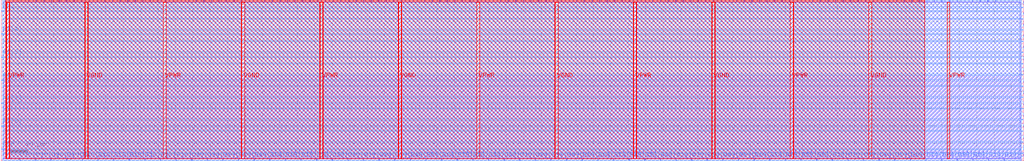
<source format=lef>
VERSION 5.7 ;
  NOWIREEXTENSIONATPIN ON ;
  DIVIDERCHAR "/" ;
  BUSBITCHARS "[]" ;
MACRO RAM32_1RW1R
  CLASS BLOCK ;
  FOREIGN RAM32_1RW1R ;
  ORIGIN 0.000 0.000 ;
  SIZE 1173.460 BY 185.440 ;
  PIN A0[0]
    DIRECTION INPUT ;
    USE SIGNAL ;
    PORT
      LAYER met3 ;
        RECT 1171.460 124.480 1173.460 125.080 ;
    END
  END A0[0]
  PIN A0[1]
    DIRECTION INPUT ;
    USE SIGNAL ;
    PORT
      LAYER met3 ;
        RECT 1171.460 137.400 1173.460 138.000 ;
    END
  END A0[1]
  PIN A0[2]
    DIRECTION INPUT ;
    USE SIGNAL ;
    PORT
      LAYER met3 ;
        RECT 1171.460 150.320 1173.460 150.920 ;
    END
  END A0[2]
  PIN A0[3]
    DIRECTION INPUT ;
    USE SIGNAL ;
    PORT
      LAYER met3 ;
        RECT 1171.460 163.240 1173.460 163.840 ;
    END
  END A0[3]
  PIN A0[4]
    DIRECTION INPUT ;
    USE SIGNAL ;
    PORT
      LAYER met3 ;
        RECT 1171.460 176.160 1173.460 176.760 ;
    END
  END A0[4]
  PIN A1[0]
    DIRECTION INPUT ;
    USE SIGNAL ;
    PORT
      LAYER met3 ;
        RECT 0.000 39.480 2.000 40.080 ;
    END
  END A1[0]
  PIN A1[1]
    DIRECTION INPUT ;
    USE SIGNAL ;
    PORT
      LAYER met3 ;
        RECT 0.000 66.000 2.000 66.600 ;
    END
  END A1[1]
  PIN A1[2]
    DIRECTION INPUT ;
    USE SIGNAL ;
    PORT
      LAYER met3 ;
        RECT 0.000 92.520 2.000 93.120 ;
    END
  END A1[2]
  PIN A1[3]
    DIRECTION INPUT ;
    USE SIGNAL ;
    PORT
      LAYER met3 ;
        RECT 0.000 119.040 2.000 119.640 ;
    END
  END A1[3]
  PIN A1[4]
    DIRECTION INPUT ;
    USE SIGNAL ;
    PORT
      LAYER met3 ;
        RECT 0.000 145.560 2.000 146.160 ;
    END
  END A1[4]
  PIN CLK
    DIRECTION INPUT ;
    USE SIGNAL ;
    PORT
      LAYER met3 ;
        RECT 0.000 12.960 2.000 13.560 ;
    END
  END CLK
  PIN Di0[0]
    DIRECTION INPUT ;
    USE SIGNAL ;
    PORT
      LAYER met2 ;
        RECT 21.250 0.000 21.530 2.000 ;
    END
  END Di0[0]
  PIN Di0[10]
    DIRECTION INPUT ;
    USE SIGNAL ;
    PORT
      LAYER met2 ;
        RECT 200.650 0.000 200.930 2.000 ;
    END
  END Di0[10]
  PIN Di0[11]
    DIRECTION INPUT ;
    USE SIGNAL ;
    PORT
      LAYER met2 ;
        RECT 218.590 0.000 218.870 2.000 ;
    END
  END Di0[11]
  PIN Di0[12]
    DIRECTION INPUT ;
    USE SIGNAL ;
    PORT
      LAYER met2 ;
        RECT 236.530 0.000 236.810 2.000 ;
    END
  END Di0[12]
  PIN Di0[13]
    DIRECTION INPUT ;
    USE SIGNAL ;
    PORT
      LAYER met2 ;
        RECT 254.470 0.000 254.750 2.000 ;
    END
  END Di0[13]
  PIN Di0[14]
    DIRECTION INPUT ;
    USE SIGNAL ;
    PORT
      LAYER met2 ;
        RECT 272.410 0.000 272.690 2.000 ;
    END
  END Di0[14]
  PIN Di0[15]
    DIRECTION INPUT ;
    USE SIGNAL ;
    PORT
      LAYER met2 ;
        RECT 290.350 0.000 290.630 2.000 ;
    END
  END Di0[15]
  PIN Di0[16]
    DIRECTION INPUT ;
    USE SIGNAL ;
    PORT
      LAYER met2 ;
        RECT 308.290 0.000 308.570 2.000 ;
    END
  END Di0[16]
  PIN Di0[17]
    DIRECTION INPUT ;
    USE SIGNAL ;
    PORT
      LAYER met2 ;
        RECT 326.230 0.000 326.510 2.000 ;
    END
  END Di0[17]
  PIN Di0[18]
    DIRECTION INPUT ;
    USE SIGNAL ;
    PORT
      LAYER met2 ;
        RECT 344.170 0.000 344.450 2.000 ;
    END
  END Di0[18]
  PIN Di0[19]
    DIRECTION INPUT ;
    USE SIGNAL ;
    PORT
      LAYER met2 ;
        RECT 362.110 0.000 362.390 2.000 ;
    END
  END Di0[19]
  PIN Di0[1]
    DIRECTION INPUT ;
    USE SIGNAL ;
    PORT
      LAYER met2 ;
        RECT 39.190 0.000 39.470 2.000 ;
    END
  END Di0[1]
  PIN Di0[20]
    DIRECTION INPUT ;
    USE SIGNAL ;
    PORT
      LAYER met2 ;
        RECT 380.050 0.000 380.330 2.000 ;
    END
  END Di0[20]
  PIN Di0[21]
    DIRECTION INPUT ;
    USE SIGNAL ;
    PORT
      LAYER met2 ;
        RECT 397.990 0.000 398.270 2.000 ;
    END
  END Di0[21]
  PIN Di0[22]
    DIRECTION INPUT ;
    USE SIGNAL ;
    PORT
      LAYER met2 ;
        RECT 415.930 0.000 416.210 2.000 ;
    END
  END Di0[22]
  PIN Di0[23]
    DIRECTION INPUT ;
    USE SIGNAL ;
    PORT
      LAYER met2 ;
        RECT 433.870 0.000 434.150 2.000 ;
    END
  END Di0[23]
  PIN Di0[24]
    DIRECTION INPUT ;
    USE SIGNAL ;
    PORT
      LAYER met2 ;
        RECT 451.810 0.000 452.090 2.000 ;
    END
  END Di0[24]
  PIN Di0[25]
    DIRECTION INPUT ;
    USE SIGNAL ;
    PORT
      LAYER met2 ;
        RECT 469.750 0.000 470.030 2.000 ;
    END
  END Di0[25]
  PIN Di0[26]
    DIRECTION INPUT ;
    USE SIGNAL ;
    PORT
      LAYER met2 ;
        RECT 487.690 0.000 487.970 2.000 ;
    END
  END Di0[26]
  PIN Di0[27]
    DIRECTION INPUT ;
    USE SIGNAL ;
    PORT
      LAYER met2 ;
        RECT 505.630 0.000 505.910 2.000 ;
    END
  END Di0[27]
  PIN Di0[28]
    DIRECTION INPUT ;
    USE SIGNAL ;
    PORT
      LAYER met2 ;
        RECT 523.570 0.000 523.850 2.000 ;
    END
  END Di0[28]
  PIN Di0[29]
    DIRECTION INPUT ;
    USE SIGNAL ;
    PORT
      LAYER met2 ;
        RECT 541.510 0.000 541.790 2.000 ;
    END
  END Di0[29]
  PIN Di0[2]
    DIRECTION INPUT ;
    USE SIGNAL ;
    PORT
      LAYER met2 ;
        RECT 57.130 0.000 57.410 2.000 ;
    END
  END Di0[2]
  PIN Di0[30]
    DIRECTION INPUT ;
    USE SIGNAL ;
    PORT
      LAYER met2 ;
        RECT 559.450 0.000 559.730 2.000 ;
    END
  END Di0[30]
  PIN Di0[31]
    DIRECTION INPUT ;
    USE SIGNAL ;
    PORT
      LAYER met2 ;
        RECT 577.390 0.000 577.670 2.000 ;
    END
  END Di0[31]
  PIN Di0[32]
    DIRECTION INPUT ;
    USE SIGNAL ;
    PORT
      LAYER met2 ;
        RECT 595.330 0.000 595.610 2.000 ;
    END
  END Di0[32]
  PIN Di0[33]
    DIRECTION INPUT ;
    USE SIGNAL ;
    PORT
      LAYER met2 ;
        RECT 613.270 0.000 613.550 2.000 ;
    END
  END Di0[33]
  PIN Di0[34]
    DIRECTION INPUT ;
    USE SIGNAL ;
    PORT
      LAYER met2 ;
        RECT 631.210 0.000 631.490 2.000 ;
    END
  END Di0[34]
  PIN Di0[35]
    DIRECTION INPUT ;
    USE SIGNAL ;
    PORT
      LAYER met2 ;
        RECT 649.150 0.000 649.430 2.000 ;
    END
  END Di0[35]
  PIN Di0[36]
    DIRECTION INPUT ;
    USE SIGNAL ;
    PORT
      LAYER met2 ;
        RECT 667.090 0.000 667.370 2.000 ;
    END
  END Di0[36]
  PIN Di0[37]
    DIRECTION INPUT ;
    USE SIGNAL ;
    PORT
      LAYER met2 ;
        RECT 685.030 0.000 685.310 2.000 ;
    END
  END Di0[37]
  PIN Di0[38]
    DIRECTION INPUT ;
    USE SIGNAL ;
    PORT
      LAYER met2 ;
        RECT 702.970 0.000 703.250 2.000 ;
    END
  END Di0[38]
  PIN Di0[39]
    DIRECTION INPUT ;
    USE SIGNAL ;
    PORT
      LAYER met2 ;
        RECT 720.910 0.000 721.190 2.000 ;
    END
  END Di0[39]
  PIN Di0[3]
    DIRECTION INPUT ;
    USE SIGNAL ;
    PORT
      LAYER met2 ;
        RECT 75.070 0.000 75.350 2.000 ;
    END
  END Di0[3]
  PIN Di0[40]
    DIRECTION INPUT ;
    USE SIGNAL ;
    PORT
      LAYER met2 ;
        RECT 738.850 0.000 739.130 2.000 ;
    END
  END Di0[40]
  PIN Di0[41]
    DIRECTION INPUT ;
    USE SIGNAL ;
    PORT
      LAYER met2 ;
        RECT 756.790 0.000 757.070 2.000 ;
    END
  END Di0[41]
  PIN Di0[42]
    DIRECTION INPUT ;
    USE SIGNAL ;
    PORT
      LAYER met2 ;
        RECT 774.730 0.000 775.010 2.000 ;
    END
  END Di0[42]
  PIN Di0[43]
    DIRECTION INPUT ;
    USE SIGNAL ;
    PORT
      LAYER met2 ;
        RECT 792.670 0.000 792.950 2.000 ;
    END
  END Di0[43]
  PIN Di0[44]
    DIRECTION INPUT ;
    USE SIGNAL ;
    PORT
      LAYER met2 ;
        RECT 810.610 0.000 810.890 2.000 ;
    END
  END Di0[44]
  PIN Di0[45]
    DIRECTION INPUT ;
    USE SIGNAL ;
    PORT
      LAYER met2 ;
        RECT 828.550 0.000 828.830 2.000 ;
    END
  END Di0[45]
  PIN Di0[46]
    DIRECTION INPUT ;
    USE SIGNAL ;
    PORT
      LAYER met2 ;
        RECT 846.490 0.000 846.770 2.000 ;
    END
  END Di0[46]
  PIN Di0[47]
    DIRECTION INPUT ;
    USE SIGNAL ;
    PORT
      LAYER met2 ;
        RECT 864.430 0.000 864.710 2.000 ;
    END
  END Di0[47]
  PIN Di0[48]
    DIRECTION INPUT ;
    USE SIGNAL ;
    PORT
      LAYER met2 ;
        RECT 882.370 0.000 882.650 2.000 ;
    END
  END Di0[48]
  PIN Di0[49]
    DIRECTION INPUT ;
    USE SIGNAL ;
    PORT
      LAYER met2 ;
        RECT 900.310 0.000 900.590 2.000 ;
    END
  END Di0[49]
  PIN Di0[4]
    DIRECTION INPUT ;
    USE SIGNAL ;
    PORT
      LAYER met2 ;
        RECT 93.010 0.000 93.290 2.000 ;
    END
  END Di0[4]
  PIN Di0[50]
    DIRECTION INPUT ;
    USE SIGNAL ;
    PORT
      LAYER met2 ;
        RECT 918.250 0.000 918.530 2.000 ;
    END
  END Di0[50]
  PIN Di0[51]
    DIRECTION INPUT ;
    USE SIGNAL ;
    PORT
      LAYER met2 ;
        RECT 936.190 0.000 936.470 2.000 ;
    END
  END Di0[51]
  PIN Di0[52]
    DIRECTION INPUT ;
    USE SIGNAL ;
    PORT
      LAYER met2 ;
        RECT 954.130 0.000 954.410 2.000 ;
    END
  END Di0[52]
  PIN Di0[53]
    DIRECTION INPUT ;
    USE SIGNAL ;
    PORT
      LAYER met2 ;
        RECT 972.070 0.000 972.350 2.000 ;
    END
  END Di0[53]
  PIN Di0[54]
    DIRECTION INPUT ;
    USE SIGNAL ;
    PORT
      LAYER met2 ;
        RECT 990.010 0.000 990.290 2.000 ;
    END
  END Di0[54]
  PIN Di0[55]
    DIRECTION INPUT ;
    USE SIGNAL ;
    PORT
      LAYER met2 ;
        RECT 1007.950 0.000 1008.230 2.000 ;
    END
  END Di0[55]
  PIN Di0[56]
    DIRECTION INPUT ;
    USE SIGNAL ;
    PORT
      LAYER met2 ;
        RECT 1025.890 0.000 1026.170 2.000 ;
    END
  END Di0[56]
  PIN Di0[57]
    DIRECTION INPUT ;
    USE SIGNAL ;
    PORT
      LAYER met2 ;
        RECT 1043.830 0.000 1044.110 2.000 ;
    END
  END Di0[57]
  PIN Di0[58]
    DIRECTION INPUT ;
    USE SIGNAL ;
    PORT
      LAYER met2 ;
        RECT 1061.770 0.000 1062.050 2.000 ;
    END
  END Di0[58]
  PIN Di0[59]
    DIRECTION INPUT ;
    USE SIGNAL ;
    PORT
      LAYER met2 ;
        RECT 1079.710 0.000 1079.990 2.000 ;
    END
  END Di0[59]
  PIN Di0[5]
    DIRECTION INPUT ;
    USE SIGNAL ;
    PORT
      LAYER met2 ;
        RECT 110.950 0.000 111.230 2.000 ;
    END
  END Di0[5]
  PIN Di0[60]
    DIRECTION INPUT ;
    USE SIGNAL ;
    PORT
      LAYER met2 ;
        RECT 1097.650 0.000 1097.930 2.000 ;
    END
  END Di0[60]
  PIN Di0[61]
    DIRECTION INPUT ;
    USE SIGNAL ;
    PORT
      LAYER met2 ;
        RECT 1115.590 0.000 1115.870 2.000 ;
    END
  END Di0[61]
  PIN Di0[62]
    DIRECTION INPUT ;
    USE SIGNAL ;
    PORT
      LAYER met2 ;
        RECT 1133.530 0.000 1133.810 2.000 ;
    END
  END Di0[62]
  PIN Di0[63]
    DIRECTION INPUT ;
    USE SIGNAL ;
    PORT
      LAYER met2 ;
        RECT 1151.470 0.000 1151.750 2.000 ;
    END
  END Di0[63]
  PIN Di0[6]
    DIRECTION INPUT ;
    USE SIGNAL ;
    PORT
      LAYER met2 ;
        RECT 128.890 0.000 129.170 2.000 ;
    END
  END Di0[6]
  PIN Di0[7]
    DIRECTION INPUT ;
    USE SIGNAL ;
    PORT
      LAYER met2 ;
        RECT 146.830 0.000 147.110 2.000 ;
    END
  END Di0[7]
  PIN Di0[8]
    DIRECTION INPUT ;
    USE SIGNAL ;
    PORT
      LAYER met2 ;
        RECT 164.770 0.000 165.050 2.000 ;
    END
  END Di0[8]
  PIN Di0[9]
    DIRECTION INPUT ;
    USE SIGNAL ;
    PORT
      LAYER met2 ;
        RECT 182.710 0.000 182.990 2.000 ;
    END
  END Di0[9]
  PIN Do0[0]
    DIRECTION OUTPUT TRISTATE ;
    USE SIGNAL ;
    PORT
      LAYER met2 ;
        RECT 31.370 183.440 31.650 185.440 ;
    END
  END Do0[0]
  PIN Do0[10]
    DIRECTION OUTPUT TRISTATE ;
    USE SIGNAL ;
    PORT
      LAYER met2 ;
        RECT 118.770 183.440 119.050 185.440 ;
    END
  END Do0[10]
  PIN Do0[11]
    DIRECTION OUTPUT TRISTATE ;
    USE SIGNAL ;
    PORT
      LAYER met2 ;
        RECT 136.250 183.440 136.530 185.440 ;
    END
  END Do0[11]
  PIN Do0[12]
    DIRECTION OUTPUT TRISTATE ;
    USE SIGNAL ;
    PORT
      LAYER met2 ;
        RECT 153.730 183.440 154.010 185.440 ;
    END
  END Do0[12]
  PIN Do0[13]
    DIRECTION OUTPUT TRISTATE ;
    USE SIGNAL ;
    PORT
      LAYER met2 ;
        RECT 171.210 183.440 171.490 185.440 ;
    END
  END Do0[13]
  PIN Do0[14]
    DIRECTION OUTPUT TRISTATE ;
    USE SIGNAL ;
    PORT
      LAYER met2 ;
        RECT 188.690 183.440 188.970 185.440 ;
    END
  END Do0[14]
  PIN Do0[15]
    DIRECTION OUTPUT TRISTATE ;
    USE SIGNAL ;
    PORT
      LAYER met2 ;
        RECT 206.170 183.440 206.450 185.440 ;
    END
  END Do0[15]
  PIN Do0[16]
    DIRECTION OUTPUT TRISTATE ;
    USE SIGNAL ;
    PORT
      LAYER met2 ;
        RECT 223.650 183.440 223.930 185.440 ;
    END
  END Do0[16]
  PIN Do0[17]
    DIRECTION OUTPUT TRISTATE ;
    USE SIGNAL ;
    PORT
      LAYER met2 ;
        RECT 241.130 183.440 241.410 185.440 ;
    END
  END Do0[17]
  PIN Do0[18]
    DIRECTION OUTPUT TRISTATE ;
    USE SIGNAL ;
    PORT
      LAYER met2 ;
        RECT 258.610 183.440 258.890 185.440 ;
    END
  END Do0[18]
  PIN Do0[19]
    DIRECTION OUTPUT TRISTATE ;
    USE SIGNAL ;
    PORT
      LAYER met2 ;
        RECT 276.090 183.440 276.370 185.440 ;
    END
  END Do0[19]
  PIN Do0[1]
    DIRECTION OUTPUT TRISTATE ;
    USE SIGNAL ;
    PORT
      LAYER met2 ;
        RECT 40.110 183.440 40.390 185.440 ;
    END
  END Do0[1]
  PIN Do0[20]
    DIRECTION OUTPUT TRISTATE ;
    USE SIGNAL ;
    PORT
      LAYER met2 ;
        RECT 293.570 183.440 293.850 185.440 ;
    END
  END Do0[20]
  PIN Do0[21]
    DIRECTION OUTPUT TRISTATE ;
    USE SIGNAL ;
    PORT
      LAYER met2 ;
        RECT 302.310 183.440 302.590 185.440 ;
    END
  END Do0[21]
  PIN Do0[22]
    DIRECTION OUTPUT TRISTATE ;
    USE SIGNAL ;
    PORT
      LAYER met2 ;
        RECT 311.050 183.440 311.330 185.440 ;
    END
  END Do0[22]
  PIN Do0[23]
    DIRECTION OUTPUT TRISTATE ;
    USE SIGNAL ;
    PORT
      LAYER met2 ;
        RECT 319.790 183.440 320.070 185.440 ;
    END
  END Do0[23]
  PIN Do0[24]
    DIRECTION OUTPUT TRISTATE ;
    USE SIGNAL ;
    PORT
      LAYER met2 ;
        RECT 328.530 183.440 328.810 185.440 ;
    END
  END Do0[24]
  PIN Do0[25]
    DIRECTION OUTPUT TRISTATE ;
    USE SIGNAL ;
    PORT
      LAYER met2 ;
        RECT 337.270 183.440 337.550 185.440 ;
    END
  END Do0[25]
  PIN Do0[26]
    DIRECTION OUTPUT TRISTATE ;
    USE SIGNAL ;
    PORT
      LAYER met2 ;
        RECT 346.010 183.440 346.290 185.440 ;
    END
  END Do0[26]
  PIN Do0[27]
    DIRECTION OUTPUT TRISTATE ;
    USE SIGNAL ;
    PORT
      LAYER met2 ;
        RECT 354.750 183.440 355.030 185.440 ;
    END
  END Do0[27]
  PIN Do0[28]
    DIRECTION OUTPUT TRISTATE ;
    USE SIGNAL ;
    PORT
      LAYER met2 ;
        RECT 363.490 183.440 363.770 185.440 ;
    END
  END Do0[28]
  PIN Do0[29]
    DIRECTION OUTPUT TRISTATE ;
    USE SIGNAL ;
    PORT
      LAYER met2 ;
        RECT 372.230 183.440 372.510 185.440 ;
    END
  END Do0[29]
  PIN Do0[2]
    DIRECTION OUTPUT TRISTATE ;
    USE SIGNAL ;
    PORT
      LAYER met2 ;
        RECT 48.850 183.440 49.130 185.440 ;
    END
  END Do0[2]
  PIN Do0[30]
    DIRECTION OUTPUT TRISTATE ;
    USE SIGNAL ;
    PORT
      LAYER met2 ;
        RECT 380.970 183.440 381.250 185.440 ;
    END
  END Do0[30]
  PIN Do0[31]
    DIRECTION OUTPUT TRISTATE ;
    USE SIGNAL ;
    PORT
      LAYER met2 ;
        RECT 389.710 183.440 389.990 185.440 ;
    END
  END Do0[31]
  PIN Do0[32]
    DIRECTION OUTPUT TRISTATE ;
    USE SIGNAL ;
    PORT
      LAYER met2 ;
        RECT 398.450 183.440 398.730 185.440 ;
    END
  END Do0[32]
  PIN Do0[33]
    DIRECTION OUTPUT TRISTATE ;
    USE SIGNAL ;
    PORT
      LAYER met2 ;
        RECT 407.190 183.440 407.470 185.440 ;
    END
  END Do0[33]
  PIN Do0[34]
    DIRECTION OUTPUT TRISTATE ;
    USE SIGNAL ;
    PORT
      LAYER met2 ;
        RECT 415.930 183.440 416.210 185.440 ;
    END
  END Do0[34]
  PIN Do0[35]
    DIRECTION OUTPUT TRISTATE ;
    USE SIGNAL ;
    PORT
      LAYER met2 ;
        RECT 424.670 183.440 424.950 185.440 ;
    END
  END Do0[35]
  PIN Do0[36]
    DIRECTION OUTPUT TRISTATE ;
    USE SIGNAL ;
    PORT
      LAYER met2 ;
        RECT 433.410 183.440 433.690 185.440 ;
    END
  END Do0[36]
  PIN Do0[37]
    DIRECTION OUTPUT TRISTATE ;
    USE SIGNAL ;
    PORT
      LAYER met2 ;
        RECT 442.150 183.440 442.430 185.440 ;
    END
  END Do0[37]
  PIN Do0[38]
    DIRECTION OUTPUT TRISTATE ;
    USE SIGNAL ;
    PORT
      LAYER met2 ;
        RECT 450.890 183.440 451.170 185.440 ;
    END
  END Do0[38]
  PIN Do0[39]
    DIRECTION OUTPUT TRISTATE ;
    USE SIGNAL ;
    PORT
      LAYER met2 ;
        RECT 459.630 183.440 459.910 185.440 ;
    END
  END Do0[39]
  PIN Do0[3]
    DIRECTION OUTPUT TRISTATE ;
    USE SIGNAL ;
    PORT
      LAYER met2 ;
        RECT 57.590 183.440 57.870 185.440 ;
    END
  END Do0[3]
  PIN Do0[40]
    DIRECTION OUTPUT TRISTATE ;
    USE SIGNAL ;
    PORT
      LAYER met2 ;
        RECT 468.370 183.440 468.650 185.440 ;
    END
  END Do0[40]
  PIN Do0[41]
    DIRECTION OUTPUT TRISTATE ;
    USE SIGNAL ;
    PORT
      LAYER met2 ;
        RECT 477.110 183.440 477.390 185.440 ;
    END
  END Do0[41]
  PIN Do0[42]
    DIRECTION OUTPUT TRISTATE ;
    USE SIGNAL ;
    PORT
      LAYER met2 ;
        RECT 485.850 183.440 486.130 185.440 ;
    END
  END Do0[42]
  PIN Do0[43]
    DIRECTION OUTPUT TRISTATE ;
    USE SIGNAL ;
    PORT
      LAYER met2 ;
        RECT 494.590 183.440 494.870 185.440 ;
    END
  END Do0[43]
  PIN Do0[44]
    DIRECTION OUTPUT TRISTATE ;
    USE SIGNAL ;
    PORT
      LAYER met2 ;
        RECT 503.330 183.440 503.610 185.440 ;
    END
  END Do0[44]
  PIN Do0[45]
    DIRECTION OUTPUT TRISTATE ;
    USE SIGNAL ;
    PORT
      LAYER met2 ;
        RECT 512.070 183.440 512.350 185.440 ;
    END
  END Do0[45]
  PIN Do0[46]
    DIRECTION OUTPUT TRISTATE ;
    USE SIGNAL ;
    PORT
      LAYER met2 ;
        RECT 520.810 183.440 521.090 185.440 ;
    END
  END Do0[46]
  PIN Do0[47]
    DIRECTION OUTPUT TRISTATE ;
    USE SIGNAL ;
    PORT
      LAYER met2 ;
        RECT 529.550 183.440 529.830 185.440 ;
    END
  END Do0[47]
  PIN Do0[48]
    DIRECTION OUTPUT TRISTATE ;
    USE SIGNAL ;
    PORT
      LAYER met2 ;
        RECT 538.290 183.440 538.570 185.440 ;
    END
  END Do0[48]
  PIN Do0[49]
    DIRECTION OUTPUT TRISTATE ;
    USE SIGNAL ;
    PORT
      LAYER met2 ;
        RECT 547.030 183.440 547.310 185.440 ;
    END
  END Do0[49]
  PIN Do0[4]
    DIRECTION OUTPUT TRISTATE ;
    USE SIGNAL ;
    PORT
      LAYER met2 ;
        RECT 66.330 183.440 66.610 185.440 ;
    END
  END Do0[4]
  PIN Do0[50]
    DIRECTION OUTPUT TRISTATE ;
    USE SIGNAL ;
    PORT
      LAYER met2 ;
        RECT 555.770 183.440 556.050 185.440 ;
    END
  END Do0[50]
  PIN Do0[51]
    DIRECTION OUTPUT TRISTATE ;
    USE SIGNAL ;
    PORT
      LAYER met2 ;
        RECT 564.510 183.440 564.790 185.440 ;
    END
  END Do0[51]
  PIN Do0[52]
    DIRECTION OUTPUT TRISTATE ;
    USE SIGNAL ;
    PORT
      LAYER met2 ;
        RECT 573.250 183.440 573.530 185.440 ;
    END
  END Do0[52]
  PIN Do0[53]
    DIRECTION OUTPUT TRISTATE ;
    USE SIGNAL ;
    PORT
      LAYER met2 ;
        RECT 581.990 183.440 582.270 185.440 ;
    END
  END Do0[53]
  PIN Do0[54]
    DIRECTION OUTPUT TRISTATE ;
    USE SIGNAL ;
    PORT
      LAYER met2 ;
        RECT 590.730 183.440 591.010 185.440 ;
    END
  END Do0[54]
  PIN Do0[55]
    DIRECTION OUTPUT TRISTATE ;
    USE SIGNAL ;
    PORT
      LAYER met2 ;
        RECT 599.470 183.440 599.750 185.440 ;
    END
  END Do0[55]
  PIN Do0[56]
    DIRECTION OUTPUT TRISTATE ;
    USE SIGNAL ;
    PORT
      LAYER met2 ;
        RECT 608.210 183.440 608.490 185.440 ;
    END
  END Do0[56]
  PIN Do0[57]
    DIRECTION OUTPUT TRISTATE ;
    USE SIGNAL ;
    PORT
      LAYER met2 ;
        RECT 616.950 183.440 617.230 185.440 ;
    END
  END Do0[57]
  PIN Do0[58]
    DIRECTION OUTPUT TRISTATE ;
    USE SIGNAL ;
    PORT
      LAYER met2 ;
        RECT 625.690 183.440 625.970 185.440 ;
    END
  END Do0[58]
  PIN Do0[59]
    DIRECTION OUTPUT TRISTATE ;
    USE SIGNAL ;
    PORT
      LAYER met2 ;
        RECT 634.430 183.440 634.710 185.440 ;
    END
  END Do0[59]
  PIN Do0[5]
    DIRECTION OUTPUT TRISTATE ;
    USE SIGNAL ;
    PORT
      LAYER met2 ;
        RECT 75.070 183.440 75.350 185.440 ;
    END
  END Do0[5]
  PIN Do0[60]
    DIRECTION OUTPUT TRISTATE ;
    USE SIGNAL ;
    PORT
      LAYER met2 ;
        RECT 643.170 183.440 643.450 185.440 ;
    END
  END Do0[60]
  PIN Do0[61]
    DIRECTION OUTPUT TRISTATE ;
    USE SIGNAL ;
    PORT
      LAYER met2 ;
        RECT 651.910 183.440 652.190 185.440 ;
    END
  END Do0[61]
  PIN Do0[62]
    DIRECTION OUTPUT TRISTATE ;
    USE SIGNAL ;
    PORT
      LAYER met2 ;
        RECT 660.650 183.440 660.930 185.440 ;
    END
  END Do0[62]
  PIN Do0[63]
    DIRECTION OUTPUT TRISTATE ;
    USE SIGNAL ;
    PORT
      LAYER met2 ;
        RECT 669.390 183.440 669.670 185.440 ;
    END
  END Do0[63]
  PIN Do0[6]
    DIRECTION OUTPUT TRISTATE ;
    USE SIGNAL ;
    PORT
      LAYER met2 ;
        RECT 83.810 183.440 84.090 185.440 ;
    END
  END Do0[6]
  PIN Do0[7]
    DIRECTION OUTPUT TRISTATE ;
    USE SIGNAL ;
    PORT
      LAYER met2 ;
        RECT 92.550 183.440 92.830 185.440 ;
    END
  END Do0[7]
  PIN Do0[8]
    DIRECTION OUTPUT TRISTATE ;
    USE SIGNAL ;
    PORT
      LAYER met2 ;
        RECT 101.290 183.440 101.570 185.440 ;
    END
  END Do0[8]
  PIN Do0[9]
    DIRECTION OUTPUT TRISTATE ;
    USE SIGNAL ;
    PORT
      LAYER met2 ;
        RECT 110.030 183.440 110.310 185.440 ;
    END
  END Do0[9]
  PIN Do1[0]
    DIRECTION OUTPUT TRISTATE ;
    USE SIGNAL ;
    PORT
      LAYER met2 ;
        RECT 127.510 183.440 127.790 185.440 ;
    END
  END Do1[0]
  PIN Do1[10]
    DIRECTION OUTPUT TRISTATE ;
    USE SIGNAL ;
    PORT
      LAYER met2 ;
        RECT 678.130 183.440 678.410 185.440 ;
    END
  END Do1[10]
  PIN Do1[11]
    DIRECTION OUTPUT TRISTATE ;
    USE SIGNAL ;
    PORT
      LAYER met2 ;
        RECT 686.870 183.440 687.150 185.440 ;
    END
  END Do1[11]
  PIN Do1[12]
    DIRECTION OUTPUT TRISTATE ;
    USE SIGNAL ;
    PORT
      LAYER met2 ;
        RECT 695.610 183.440 695.890 185.440 ;
    END
  END Do1[12]
  PIN Do1[13]
    DIRECTION OUTPUT TRISTATE ;
    USE SIGNAL ;
    PORT
      LAYER met2 ;
        RECT 704.350 183.440 704.630 185.440 ;
    END
  END Do1[13]
  PIN Do1[14]
    DIRECTION OUTPUT TRISTATE ;
    USE SIGNAL ;
    PORT
      LAYER met2 ;
        RECT 713.090 183.440 713.370 185.440 ;
    END
  END Do1[14]
  PIN Do1[15]
    DIRECTION OUTPUT TRISTATE ;
    USE SIGNAL ;
    PORT
      LAYER met2 ;
        RECT 721.830 183.440 722.110 185.440 ;
    END
  END Do1[15]
  PIN Do1[16]
    DIRECTION OUTPUT TRISTATE ;
    USE SIGNAL ;
    PORT
      LAYER met2 ;
        RECT 730.570 183.440 730.850 185.440 ;
    END
  END Do1[16]
  PIN Do1[17]
    DIRECTION OUTPUT TRISTATE ;
    USE SIGNAL ;
    PORT
      LAYER met2 ;
        RECT 739.310 183.440 739.590 185.440 ;
    END
  END Do1[17]
  PIN Do1[18]
    DIRECTION OUTPUT TRISTATE ;
    USE SIGNAL ;
    PORT
      LAYER met2 ;
        RECT 748.050 183.440 748.330 185.440 ;
    END
  END Do1[18]
  PIN Do1[19]
    DIRECTION OUTPUT TRISTATE ;
    USE SIGNAL ;
    PORT
      LAYER met2 ;
        RECT 756.790 183.440 757.070 185.440 ;
    END
  END Do1[19]
  PIN Do1[1]
    DIRECTION OUTPUT TRISTATE ;
    USE SIGNAL ;
    PORT
      LAYER met2 ;
        RECT 144.990 183.440 145.270 185.440 ;
    END
  END Do1[1]
  PIN Do1[20]
    DIRECTION OUTPUT TRISTATE ;
    USE SIGNAL ;
    PORT
      LAYER met2 ;
        RECT 765.530 183.440 765.810 185.440 ;
    END
  END Do1[20]
  PIN Do1[21]
    DIRECTION OUTPUT TRISTATE ;
    USE SIGNAL ;
    PORT
      LAYER met2 ;
        RECT 774.270 183.440 774.550 185.440 ;
    END
  END Do1[21]
  PIN Do1[22]
    DIRECTION OUTPUT TRISTATE ;
    USE SIGNAL ;
    PORT
      LAYER met2 ;
        RECT 783.010 183.440 783.290 185.440 ;
    END
  END Do1[22]
  PIN Do1[23]
    DIRECTION OUTPUT TRISTATE ;
    USE SIGNAL ;
    PORT
      LAYER met2 ;
        RECT 791.750 183.440 792.030 185.440 ;
    END
  END Do1[23]
  PIN Do1[24]
    DIRECTION OUTPUT TRISTATE ;
    USE SIGNAL ;
    PORT
      LAYER met2 ;
        RECT 800.490 183.440 800.770 185.440 ;
    END
  END Do1[24]
  PIN Do1[25]
    DIRECTION OUTPUT TRISTATE ;
    USE SIGNAL ;
    PORT
      LAYER met2 ;
        RECT 809.230 183.440 809.510 185.440 ;
    END
  END Do1[25]
  PIN Do1[26]
    DIRECTION OUTPUT TRISTATE ;
    USE SIGNAL ;
    PORT
      LAYER met2 ;
        RECT 817.970 183.440 818.250 185.440 ;
    END
  END Do1[26]
  PIN Do1[27]
    DIRECTION OUTPUT TRISTATE ;
    USE SIGNAL ;
    PORT
      LAYER met2 ;
        RECT 826.710 183.440 826.990 185.440 ;
    END
  END Do1[27]
  PIN Do1[28]
    DIRECTION OUTPUT TRISTATE ;
    USE SIGNAL ;
    PORT
      LAYER met2 ;
        RECT 835.450 183.440 835.730 185.440 ;
    END
  END Do1[28]
  PIN Do1[29]
    DIRECTION OUTPUT TRISTATE ;
    USE SIGNAL ;
    PORT
      LAYER met2 ;
        RECT 844.190 183.440 844.470 185.440 ;
    END
  END Do1[29]
  PIN Do1[2]
    DIRECTION OUTPUT TRISTATE ;
    USE SIGNAL ;
    PORT
      LAYER met2 ;
        RECT 162.470 183.440 162.750 185.440 ;
    END
  END Do1[2]
  PIN Do1[30]
    DIRECTION OUTPUT TRISTATE ;
    USE SIGNAL ;
    PORT
      LAYER met2 ;
        RECT 852.930 183.440 853.210 185.440 ;
    END
  END Do1[30]
  PIN Do1[31]
    DIRECTION OUTPUT TRISTATE ;
    USE SIGNAL ;
    PORT
      LAYER met2 ;
        RECT 861.670 183.440 861.950 185.440 ;
    END
  END Do1[31]
  PIN Do1[32]
    DIRECTION OUTPUT TRISTATE ;
    USE SIGNAL ;
    PORT
      LAYER met2 ;
        RECT 870.410 183.440 870.690 185.440 ;
    END
  END Do1[32]
  PIN Do1[33]
    DIRECTION OUTPUT TRISTATE ;
    USE SIGNAL ;
    PORT
      LAYER met2 ;
        RECT 879.150 183.440 879.430 185.440 ;
    END
  END Do1[33]
  PIN Do1[34]
    DIRECTION OUTPUT TRISTATE ;
    USE SIGNAL ;
    PORT
      LAYER met2 ;
        RECT 887.890 183.440 888.170 185.440 ;
    END
  END Do1[34]
  PIN Do1[35]
    DIRECTION OUTPUT TRISTATE ;
    USE SIGNAL ;
    PORT
      LAYER met2 ;
        RECT 896.630 183.440 896.910 185.440 ;
    END
  END Do1[35]
  PIN Do1[36]
    DIRECTION OUTPUT TRISTATE ;
    USE SIGNAL ;
    PORT
      LAYER met2 ;
        RECT 905.370 183.440 905.650 185.440 ;
    END
  END Do1[36]
  PIN Do1[37]
    DIRECTION OUTPUT TRISTATE ;
    USE SIGNAL ;
    PORT
      LAYER met2 ;
        RECT 914.110 183.440 914.390 185.440 ;
    END
  END Do1[37]
  PIN Do1[38]
    DIRECTION OUTPUT TRISTATE ;
    USE SIGNAL ;
    PORT
      LAYER met2 ;
        RECT 922.850 183.440 923.130 185.440 ;
    END
  END Do1[38]
  PIN Do1[39]
    DIRECTION OUTPUT TRISTATE ;
    USE SIGNAL ;
    PORT
      LAYER met2 ;
        RECT 931.590 183.440 931.870 185.440 ;
    END
  END Do1[39]
  PIN Do1[3]
    DIRECTION OUTPUT TRISTATE ;
    USE SIGNAL ;
    PORT
      LAYER met2 ;
        RECT 179.950 183.440 180.230 185.440 ;
    END
  END Do1[3]
  PIN Do1[40]
    DIRECTION OUTPUT TRISTATE ;
    USE SIGNAL ;
    PORT
      LAYER met2 ;
        RECT 940.330 183.440 940.610 185.440 ;
    END
  END Do1[40]
  PIN Do1[41]
    DIRECTION OUTPUT TRISTATE ;
    USE SIGNAL ;
    PORT
      LAYER met2 ;
        RECT 949.070 183.440 949.350 185.440 ;
    END
  END Do1[41]
  PIN Do1[42]
    DIRECTION OUTPUT TRISTATE ;
    USE SIGNAL ;
    PORT
      LAYER met2 ;
        RECT 957.810 183.440 958.090 185.440 ;
    END
  END Do1[42]
  PIN Do1[43]
    DIRECTION OUTPUT TRISTATE ;
    USE SIGNAL ;
    PORT
      LAYER met2 ;
        RECT 966.550 183.440 966.830 185.440 ;
    END
  END Do1[43]
  PIN Do1[44]
    DIRECTION OUTPUT TRISTATE ;
    USE SIGNAL ;
    PORT
      LAYER met2 ;
        RECT 975.290 183.440 975.570 185.440 ;
    END
  END Do1[44]
  PIN Do1[45]
    DIRECTION OUTPUT TRISTATE ;
    USE SIGNAL ;
    PORT
      LAYER met2 ;
        RECT 984.030 183.440 984.310 185.440 ;
    END
  END Do1[45]
  PIN Do1[46]
    DIRECTION OUTPUT TRISTATE ;
    USE SIGNAL ;
    PORT
      LAYER met2 ;
        RECT 992.770 183.440 993.050 185.440 ;
    END
  END Do1[46]
  PIN Do1[47]
    DIRECTION OUTPUT TRISTATE ;
    USE SIGNAL ;
    PORT
      LAYER met2 ;
        RECT 1001.510 183.440 1001.790 185.440 ;
    END
  END Do1[47]
  PIN Do1[48]
    DIRECTION OUTPUT TRISTATE ;
    USE SIGNAL ;
    PORT
      LAYER met2 ;
        RECT 1010.250 183.440 1010.530 185.440 ;
    END
  END Do1[48]
  PIN Do1[49]
    DIRECTION OUTPUT TRISTATE ;
    USE SIGNAL ;
    PORT
      LAYER met2 ;
        RECT 1018.990 183.440 1019.270 185.440 ;
    END
  END Do1[49]
  PIN Do1[4]
    DIRECTION OUTPUT TRISTATE ;
    USE SIGNAL ;
    PORT
      LAYER met2 ;
        RECT 197.430 183.440 197.710 185.440 ;
    END
  END Do1[4]
  PIN Do1[50]
    DIRECTION OUTPUT TRISTATE ;
    USE SIGNAL ;
    PORT
      LAYER met2 ;
        RECT 1027.730 183.440 1028.010 185.440 ;
    END
  END Do1[50]
  PIN Do1[51]
    DIRECTION OUTPUT TRISTATE ;
    USE SIGNAL ;
    PORT
      LAYER met2 ;
        RECT 1036.470 183.440 1036.750 185.440 ;
    END
  END Do1[51]
  PIN Do1[52]
    DIRECTION OUTPUT TRISTATE ;
    USE SIGNAL ;
    PORT
      LAYER met2 ;
        RECT 1045.210 183.440 1045.490 185.440 ;
    END
  END Do1[52]
  PIN Do1[53]
    DIRECTION OUTPUT TRISTATE ;
    USE SIGNAL ;
    PORT
      LAYER met2 ;
        RECT 1053.950 183.440 1054.230 185.440 ;
    END
  END Do1[53]
  PIN Do1[54]
    DIRECTION OUTPUT TRISTATE ;
    USE SIGNAL ;
    PORT
      LAYER met2 ;
        RECT 1062.690 183.440 1062.970 185.440 ;
    END
  END Do1[54]
  PIN Do1[55]
    DIRECTION OUTPUT TRISTATE ;
    USE SIGNAL ;
    PORT
      LAYER met2 ;
        RECT 1071.430 183.440 1071.710 185.440 ;
    END
  END Do1[55]
  PIN Do1[56]
    DIRECTION OUTPUT TRISTATE ;
    USE SIGNAL ;
    PORT
      LAYER met2 ;
        RECT 1080.170 183.440 1080.450 185.440 ;
    END
  END Do1[56]
  PIN Do1[57]
    DIRECTION OUTPUT TRISTATE ;
    USE SIGNAL ;
    PORT
      LAYER met2 ;
        RECT 1088.910 183.440 1089.190 185.440 ;
    END
  END Do1[57]
  PIN Do1[58]
    DIRECTION OUTPUT TRISTATE ;
    USE SIGNAL ;
    PORT
      LAYER met2 ;
        RECT 1097.650 183.440 1097.930 185.440 ;
    END
  END Do1[58]
  PIN Do1[59]
    DIRECTION OUTPUT TRISTATE ;
    USE SIGNAL ;
    PORT
      LAYER met2 ;
        RECT 1106.390 183.440 1106.670 185.440 ;
    END
  END Do1[59]
  PIN Do1[5]
    DIRECTION OUTPUT TRISTATE ;
    USE SIGNAL ;
    PORT
      LAYER met2 ;
        RECT 214.910 183.440 215.190 185.440 ;
    END
  END Do1[5]
  PIN Do1[60]
    DIRECTION OUTPUT TRISTATE ;
    USE SIGNAL ;
    PORT
      LAYER met2 ;
        RECT 1115.130 183.440 1115.410 185.440 ;
    END
  END Do1[60]
  PIN Do1[61]
    DIRECTION OUTPUT TRISTATE ;
    USE SIGNAL ;
    PORT
      LAYER met2 ;
        RECT 1123.870 183.440 1124.150 185.440 ;
    END
  END Do1[61]
  PIN Do1[62]
    DIRECTION OUTPUT TRISTATE ;
    USE SIGNAL ;
    PORT
      LAYER met2 ;
        RECT 1132.610 183.440 1132.890 185.440 ;
    END
  END Do1[62]
  PIN Do1[63]
    DIRECTION OUTPUT TRISTATE ;
    USE SIGNAL ;
    PORT
      LAYER met2 ;
        RECT 1141.350 183.440 1141.630 185.440 ;
    END
  END Do1[63]
  PIN Do1[6]
    DIRECTION OUTPUT TRISTATE ;
    USE SIGNAL ;
    PORT
      LAYER met2 ;
        RECT 232.390 183.440 232.670 185.440 ;
    END
  END Do1[6]
  PIN Do1[7]
    DIRECTION OUTPUT TRISTATE ;
    USE SIGNAL ;
    PORT
      LAYER met2 ;
        RECT 249.870 183.440 250.150 185.440 ;
    END
  END Do1[7]
  PIN Do1[8]
    DIRECTION OUTPUT TRISTATE ;
    USE SIGNAL ;
    PORT
      LAYER met2 ;
        RECT 267.350 183.440 267.630 185.440 ;
    END
  END Do1[8]
  PIN Do1[9]
    DIRECTION OUTPUT TRISTATE ;
    USE SIGNAL ;
    PORT
      LAYER met2 ;
        RECT 284.830 183.440 285.110 185.440 ;
    END
  END Do1[9]
  PIN EN0
    DIRECTION INPUT ;
    USE SIGNAL ;
    PORT
      LAYER met3 ;
        RECT 1171.460 8.200 1173.460 8.800 ;
    END
  END EN0
  PIN EN1
    DIRECTION INPUT ;
    USE SIGNAL ;
    PORT
      LAYER met3 ;
        RECT 0.000 172.080 2.000 172.680 ;
    END
  END EN1
  PIN VGND
    DIRECTION INOUT ;
    USE GROUND ;
    PORT
      LAYER met4 ;
        RECT 96.210 2.480 99.310 182.480 ;
    END
    PORT
      LAYER met4 ;
        RECT 276.210 2.480 279.310 182.480 ;
    END
    PORT
      LAYER met4 ;
        RECT 456.210 2.480 459.310 182.480 ;
    END
    PORT
      LAYER met4 ;
        RECT 636.210 2.480 639.310 182.480 ;
    END
    PORT
      LAYER met4 ;
        RECT 816.210 2.480 819.310 182.480 ;
    END
    PORT
      LAYER met4 ;
        RECT 996.210 2.480 999.310 182.480 ;
    END
  END VGND
  PIN VPWR
    DIRECTION INOUT ;
    USE POWER ;
    PORT
      LAYER met4 ;
        RECT 6.210 2.480 9.310 182.480 ;
    END
    PORT
      LAYER met4 ;
        RECT 186.210 2.480 189.310 182.480 ;
    END
    PORT
      LAYER met4 ;
        RECT 366.210 2.480 369.310 182.480 ;
    END
    PORT
      LAYER met4 ;
        RECT 546.210 2.480 549.310 182.480 ;
    END
    PORT
      LAYER met4 ;
        RECT 726.210 2.480 729.310 182.480 ;
    END
    PORT
      LAYER met4 ;
        RECT 906.210 2.480 909.310 182.480 ;
    END
    PORT
      LAYER met4 ;
        RECT 1086.210 2.480 1089.310 182.480 ;
    END
  END VPWR
  PIN WE0[0]
    DIRECTION INPUT ;
    USE SIGNAL ;
    PORT
      LAYER met3 ;
        RECT 1171.460 21.120 1173.460 21.720 ;
    END
  END WE0[0]
  PIN WE0[1]
    DIRECTION INPUT ;
    USE SIGNAL ;
    PORT
      LAYER met3 ;
        RECT 1171.460 34.040 1173.460 34.640 ;
    END
  END WE0[1]
  PIN WE0[2]
    DIRECTION INPUT ;
    USE SIGNAL ;
    PORT
      LAYER met3 ;
        RECT 1171.460 46.960 1173.460 47.560 ;
    END
  END WE0[2]
  PIN WE0[3]
    DIRECTION INPUT ;
    USE SIGNAL ;
    PORT
      LAYER met3 ;
        RECT 1171.460 59.880 1173.460 60.480 ;
    END
  END WE0[3]
  PIN WE0[4]
    DIRECTION INPUT ;
    USE SIGNAL ;
    PORT
      LAYER met3 ;
        RECT 1171.460 72.800 1173.460 73.400 ;
    END
  END WE0[4]
  PIN WE0[5]
    DIRECTION INPUT ;
    USE SIGNAL ;
    PORT
      LAYER met3 ;
        RECT 1171.460 85.720 1173.460 86.320 ;
    END
  END WE0[5]
  PIN WE0[6]
    DIRECTION INPUT ;
    USE SIGNAL ;
    PORT
      LAYER met3 ;
        RECT 1171.460 98.640 1173.460 99.240 ;
    END
  END WE0[6]
  PIN WE0[7]
    DIRECTION INPUT ;
    USE SIGNAL ;
    PORT
      LAYER met3 ;
        RECT 1171.460 111.560 1173.460 112.160 ;
    END
  END WE0[7]
  OBS
      LAYER li1 ;
        RECT 2.760 2.635 1170.700 98.005 ;
      LAYER met1 ;
        RECT 1.450 0.040 1170.700 182.480 ;
      LAYER met2 ;
        RECT 1.470 183.160 31.090 184.805 ;
        RECT 31.930 183.160 39.830 184.805 ;
        RECT 40.670 183.160 48.570 184.805 ;
        RECT 49.410 183.160 57.310 184.805 ;
        RECT 58.150 183.160 66.050 184.805 ;
        RECT 66.890 183.160 74.790 184.805 ;
        RECT 75.630 183.160 83.530 184.805 ;
        RECT 84.370 183.160 92.270 184.805 ;
        RECT 93.110 183.160 101.010 184.805 ;
        RECT 101.850 183.160 109.750 184.805 ;
        RECT 110.590 183.160 118.490 184.805 ;
        RECT 119.330 183.160 127.230 184.805 ;
        RECT 128.070 183.160 135.970 184.805 ;
        RECT 136.810 183.160 144.710 184.805 ;
        RECT 145.550 183.160 153.450 184.805 ;
        RECT 154.290 183.160 162.190 184.805 ;
        RECT 163.030 183.160 170.930 184.805 ;
        RECT 171.770 183.160 179.670 184.805 ;
        RECT 180.510 183.160 188.410 184.805 ;
        RECT 189.250 183.160 197.150 184.805 ;
        RECT 197.990 183.160 205.890 184.805 ;
        RECT 206.730 183.160 214.630 184.805 ;
        RECT 215.470 183.160 223.370 184.805 ;
        RECT 224.210 183.160 232.110 184.805 ;
        RECT 232.950 183.160 240.850 184.805 ;
        RECT 241.690 183.160 249.590 184.805 ;
        RECT 250.430 183.160 258.330 184.805 ;
        RECT 259.170 183.160 267.070 184.805 ;
        RECT 267.910 183.160 275.810 184.805 ;
        RECT 276.650 183.160 284.550 184.805 ;
        RECT 285.390 183.160 293.290 184.805 ;
        RECT 294.130 183.160 302.030 184.805 ;
        RECT 302.870 183.160 310.770 184.805 ;
        RECT 311.610 183.160 319.510 184.805 ;
        RECT 320.350 183.160 328.250 184.805 ;
        RECT 329.090 183.160 336.990 184.805 ;
        RECT 337.830 183.160 345.730 184.805 ;
        RECT 346.570 183.160 354.470 184.805 ;
        RECT 355.310 183.160 363.210 184.805 ;
        RECT 364.050 183.160 371.950 184.805 ;
        RECT 372.790 183.160 380.690 184.805 ;
        RECT 381.530 183.160 389.430 184.805 ;
        RECT 390.270 183.160 398.170 184.805 ;
        RECT 399.010 183.160 406.910 184.805 ;
        RECT 407.750 183.160 415.650 184.805 ;
        RECT 416.490 183.160 424.390 184.805 ;
        RECT 425.230 183.160 433.130 184.805 ;
        RECT 433.970 183.160 441.870 184.805 ;
        RECT 442.710 183.160 450.610 184.805 ;
        RECT 451.450 183.160 459.350 184.805 ;
        RECT 460.190 183.160 468.090 184.805 ;
        RECT 468.930 183.160 476.830 184.805 ;
        RECT 477.670 183.160 485.570 184.805 ;
        RECT 486.410 183.160 494.310 184.805 ;
        RECT 495.150 183.160 503.050 184.805 ;
        RECT 503.890 183.160 511.790 184.805 ;
        RECT 512.630 183.160 520.530 184.805 ;
        RECT 521.370 183.160 529.270 184.805 ;
        RECT 530.110 183.160 538.010 184.805 ;
        RECT 538.850 183.160 546.750 184.805 ;
        RECT 547.590 183.160 555.490 184.805 ;
        RECT 556.330 183.160 564.230 184.805 ;
        RECT 565.070 183.160 572.970 184.805 ;
        RECT 573.810 183.160 581.710 184.805 ;
        RECT 582.550 183.160 590.450 184.805 ;
        RECT 591.290 183.160 599.190 184.805 ;
        RECT 600.030 183.160 607.930 184.805 ;
        RECT 608.770 183.160 616.670 184.805 ;
        RECT 617.510 183.160 625.410 184.805 ;
        RECT 626.250 183.160 634.150 184.805 ;
        RECT 634.990 183.160 642.890 184.805 ;
        RECT 643.730 183.160 651.630 184.805 ;
        RECT 652.470 183.160 660.370 184.805 ;
        RECT 661.210 183.160 669.110 184.805 ;
        RECT 669.950 183.160 677.850 184.805 ;
        RECT 678.690 183.160 686.590 184.805 ;
        RECT 687.430 183.160 695.330 184.805 ;
        RECT 696.170 183.160 704.070 184.805 ;
        RECT 704.910 183.160 712.810 184.805 ;
        RECT 713.650 183.160 721.550 184.805 ;
        RECT 722.390 183.160 730.290 184.805 ;
        RECT 731.130 183.160 739.030 184.805 ;
        RECT 739.870 183.160 747.770 184.805 ;
        RECT 748.610 183.160 756.510 184.805 ;
        RECT 757.350 183.160 765.250 184.805 ;
        RECT 766.090 183.160 773.990 184.805 ;
        RECT 774.830 183.160 782.730 184.805 ;
        RECT 783.570 183.160 791.470 184.805 ;
        RECT 792.310 183.160 800.210 184.805 ;
        RECT 801.050 183.160 808.950 184.805 ;
        RECT 809.790 183.160 817.690 184.805 ;
        RECT 818.530 183.160 826.430 184.805 ;
        RECT 827.270 183.160 835.170 184.805 ;
        RECT 836.010 183.160 843.910 184.805 ;
        RECT 844.750 183.160 852.650 184.805 ;
        RECT 853.490 183.160 861.390 184.805 ;
        RECT 862.230 183.160 870.130 184.805 ;
        RECT 870.970 183.160 878.870 184.805 ;
        RECT 879.710 183.160 887.610 184.805 ;
        RECT 888.450 183.160 896.350 184.805 ;
        RECT 897.190 183.160 905.090 184.805 ;
        RECT 905.930 183.160 913.830 184.805 ;
        RECT 914.670 183.160 922.570 184.805 ;
        RECT 923.410 183.160 931.310 184.805 ;
        RECT 932.150 183.160 940.050 184.805 ;
        RECT 940.890 183.160 948.790 184.805 ;
        RECT 949.630 183.160 957.530 184.805 ;
        RECT 958.370 183.160 966.270 184.805 ;
        RECT 967.110 183.160 975.010 184.805 ;
        RECT 975.850 183.160 983.750 184.805 ;
        RECT 984.590 183.160 992.490 184.805 ;
        RECT 993.330 183.160 1001.230 184.805 ;
        RECT 1002.070 183.160 1009.970 184.805 ;
        RECT 1010.810 183.160 1018.710 184.805 ;
        RECT 1019.550 183.160 1027.450 184.805 ;
        RECT 1028.290 183.160 1036.190 184.805 ;
        RECT 1037.030 183.160 1044.930 184.805 ;
        RECT 1045.770 183.160 1053.670 184.805 ;
        RECT 1054.510 183.160 1062.410 184.805 ;
        RECT 1063.250 183.160 1071.150 184.805 ;
        RECT 1071.990 183.160 1079.890 184.805 ;
        RECT 1080.730 183.160 1088.630 184.805 ;
        RECT 1089.470 183.160 1097.370 184.805 ;
        RECT 1098.210 183.160 1106.110 184.805 ;
        RECT 1106.950 183.160 1114.850 184.805 ;
        RECT 1115.690 183.160 1123.590 184.805 ;
        RECT 1124.430 183.160 1132.330 184.805 ;
        RECT 1133.170 183.160 1141.070 184.805 ;
        RECT 1141.910 183.160 1169.680 184.805 ;
        RECT 1.470 2.280 1169.680 183.160 ;
        RECT 1.470 0.010 20.970 2.280 ;
        RECT 21.810 0.010 38.910 2.280 ;
        RECT 39.750 0.010 56.850 2.280 ;
        RECT 57.690 0.010 74.790 2.280 ;
        RECT 75.630 0.010 92.730 2.280 ;
        RECT 93.570 0.010 110.670 2.280 ;
        RECT 111.510 0.010 128.610 2.280 ;
        RECT 129.450 0.010 146.550 2.280 ;
        RECT 147.390 0.010 164.490 2.280 ;
        RECT 165.330 0.010 182.430 2.280 ;
        RECT 183.270 0.010 200.370 2.280 ;
        RECT 201.210 0.010 218.310 2.280 ;
        RECT 219.150 0.010 236.250 2.280 ;
        RECT 237.090 0.010 254.190 2.280 ;
        RECT 255.030 0.010 272.130 2.280 ;
        RECT 272.970 0.010 290.070 2.280 ;
        RECT 290.910 0.010 308.010 2.280 ;
        RECT 308.850 0.010 325.950 2.280 ;
        RECT 326.790 0.010 343.890 2.280 ;
        RECT 344.730 0.010 361.830 2.280 ;
        RECT 362.670 0.010 379.770 2.280 ;
        RECT 380.610 0.010 397.710 2.280 ;
        RECT 398.550 0.010 415.650 2.280 ;
        RECT 416.490 0.010 433.590 2.280 ;
        RECT 434.430 0.010 451.530 2.280 ;
        RECT 452.370 0.010 469.470 2.280 ;
        RECT 470.310 0.010 487.410 2.280 ;
        RECT 488.250 0.010 505.350 2.280 ;
        RECT 506.190 0.010 523.290 2.280 ;
        RECT 524.130 0.010 541.230 2.280 ;
        RECT 542.070 0.010 559.170 2.280 ;
        RECT 560.010 0.010 577.110 2.280 ;
        RECT 577.950 0.010 595.050 2.280 ;
        RECT 595.890 0.010 612.990 2.280 ;
        RECT 613.830 0.010 630.930 2.280 ;
        RECT 631.770 0.010 648.870 2.280 ;
        RECT 649.710 0.010 666.810 2.280 ;
        RECT 667.650 0.010 684.750 2.280 ;
        RECT 685.590 0.010 702.690 2.280 ;
        RECT 703.530 0.010 720.630 2.280 ;
        RECT 721.470 0.010 738.570 2.280 ;
        RECT 739.410 0.010 756.510 2.280 ;
        RECT 757.350 0.010 774.450 2.280 ;
        RECT 775.290 0.010 792.390 2.280 ;
        RECT 793.230 0.010 810.330 2.280 ;
        RECT 811.170 0.010 828.270 2.280 ;
        RECT 829.110 0.010 846.210 2.280 ;
        RECT 847.050 0.010 864.150 2.280 ;
        RECT 864.990 0.010 882.090 2.280 ;
        RECT 882.930 0.010 900.030 2.280 ;
        RECT 900.870 0.010 917.970 2.280 ;
        RECT 918.810 0.010 935.910 2.280 ;
        RECT 936.750 0.010 953.850 2.280 ;
        RECT 954.690 0.010 971.790 2.280 ;
        RECT 972.630 0.010 989.730 2.280 ;
        RECT 990.570 0.010 1007.670 2.280 ;
        RECT 1008.510 0.010 1025.610 2.280 ;
        RECT 1026.450 0.010 1043.550 2.280 ;
        RECT 1044.390 0.010 1061.490 2.280 ;
        RECT 1062.330 0.010 1079.430 2.280 ;
        RECT 1080.270 0.010 1097.370 2.280 ;
        RECT 1098.210 0.010 1115.310 2.280 ;
        RECT 1116.150 0.010 1133.250 2.280 ;
        RECT 1134.090 0.010 1151.190 2.280 ;
        RECT 1152.030 0.010 1169.680 2.280 ;
      LAYER met3 ;
        RECT 1.445 177.160 1171.460 184.785 ;
        RECT 1.445 175.760 1171.060 177.160 ;
        RECT 1.445 173.080 1171.460 175.760 ;
        RECT 2.400 171.680 1171.460 173.080 ;
        RECT 1.445 164.240 1171.460 171.680 ;
        RECT 1.445 162.840 1171.060 164.240 ;
        RECT 1.445 151.320 1171.460 162.840 ;
        RECT 1.445 149.920 1171.060 151.320 ;
        RECT 1.445 146.560 1171.460 149.920 ;
        RECT 2.400 145.160 1171.460 146.560 ;
        RECT 1.445 138.400 1171.460 145.160 ;
        RECT 1.445 137.000 1171.060 138.400 ;
        RECT 1.445 125.480 1171.460 137.000 ;
        RECT 1.445 124.080 1171.060 125.480 ;
        RECT 1.445 120.040 1171.460 124.080 ;
        RECT 2.400 118.640 1171.460 120.040 ;
        RECT 1.445 112.560 1171.460 118.640 ;
        RECT 1.445 111.160 1171.060 112.560 ;
        RECT 1.445 99.640 1171.460 111.160 ;
        RECT 1.445 98.240 1171.060 99.640 ;
        RECT 1.445 93.520 1171.460 98.240 ;
        RECT 2.400 92.120 1171.460 93.520 ;
        RECT 1.445 86.720 1171.460 92.120 ;
        RECT 1.445 85.320 1171.060 86.720 ;
        RECT 1.445 73.800 1171.460 85.320 ;
        RECT 1.445 72.400 1171.060 73.800 ;
        RECT 1.445 67.000 1171.460 72.400 ;
        RECT 2.400 65.600 1171.460 67.000 ;
        RECT 1.445 60.880 1171.460 65.600 ;
        RECT 1.445 59.480 1171.060 60.880 ;
        RECT 1.445 47.960 1171.460 59.480 ;
        RECT 1.445 46.560 1171.060 47.960 ;
        RECT 1.445 40.480 1171.460 46.560 ;
        RECT 2.400 39.080 1171.460 40.480 ;
        RECT 1.445 35.040 1171.460 39.080 ;
        RECT 1.445 33.640 1171.060 35.040 ;
        RECT 1.445 22.120 1171.460 33.640 ;
        RECT 1.445 20.720 1171.060 22.120 ;
        RECT 1.445 13.960 1171.460 20.720 ;
        RECT 2.400 12.560 1171.460 13.960 ;
        RECT 1.445 9.200 1171.460 12.560 ;
        RECT 1.445 7.800 1171.060 9.200 ;
        RECT 1.445 0.175 1171.460 7.800 ;
      LAYER met4 ;
        RECT 4.895 182.880 1060.465 184.785 ;
        RECT 4.895 2.215 5.810 182.880 ;
        RECT 9.710 2.215 95.810 182.880 ;
        RECT 99.710 2.215 185.810 182.880 ;
        RECT 189.710 2.215 275.810 182.880 ;
        RECT 279.710 2.215 365.810 182.880 ;
        RECT 369.710 2.215 455.810 182.880 ;
        RECT 459.710 2.215 545.810 182.880 ;
        RECT 549.710 2.215 635.810 182.880 ;
        RECT 639.710 2.215 725.810 182.880 ;
        RECT 729.710 2.215 815.810 182.880 ;
        RECT 819.710 2.215 905.810 182.880 ;
        RECT 909.710 2.215 995.810 182.880 ;
        RECT 999.710 2.215 1060.465 182.880 ;
  END
END RAM32_1RW1R
END LIBRARY


</source>
